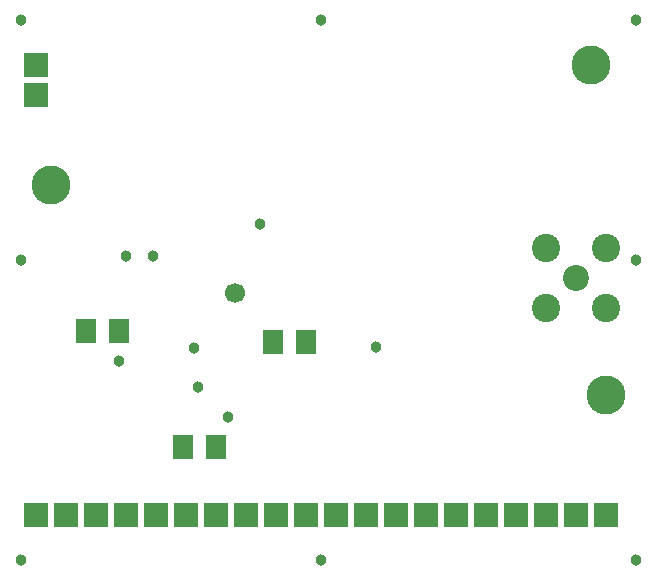
<source format=gbr>
G04 DipTrace 2.3.1.0*
%INBottomMask.gbr*%
%MOIN*%
%ADD24C,0.0866*%
%ADD37C,0.13*%
%ADD38C,0.0669*%
%ADD55C,0.0379*%
%ADD57C,0.0945*%
%ADD59R,0.0829X0.0829*%
%ADD61R,0.0709X0.0787*%
%FSLAX44Y44*%
G04*
G70*
G90*
G75*
G01*
%LNBotMask*%
%LPD*%
D61*
X22750Y12187D3*
X23852D3*
X16522Y12562D3*
X17625D3*
X19750Y8687D3*
X20852D3*
D37*
X33375Y21437D3*
X15375Y17437D3*
X33875Y10437D3*
D59*
Y6437D3*
X32875D3*
X31875D3*
X30875D3*
X29875D3*
X28875D3*
X27875D3*
X26875D3*
X25875D3*
X24875D3*
X23875D3*
X22875D3*
X21875D3*
X20875D3*
X19875D3*
X18875D3*
X17875D3*
X16875D3*
X15875D3*
X14875D3*
Y20437D3*
Y21437D3*
D24*
X32875Y14312D3*
D57*
X33875Y13312D3*
Y15312D3*
X31875D3*
Y13312D3*
D55*
X17625Y11562D3*
X17875Y15062D3*
X18750D3*
X21250Y9687D3*
X20250Y10687D3*
X20140Y11999D3*
X22321Y16119D3*
X26191Y12020D3*
X14375Y4937D3*
X34875Y14937D3*
Y4937D3*
Y22937D3*
X14375D3*
X24375Y4937D3*
Y22937D3*
X14375Y14937D3*
D38*
X21500Y13812D3*
M02*

</source>
